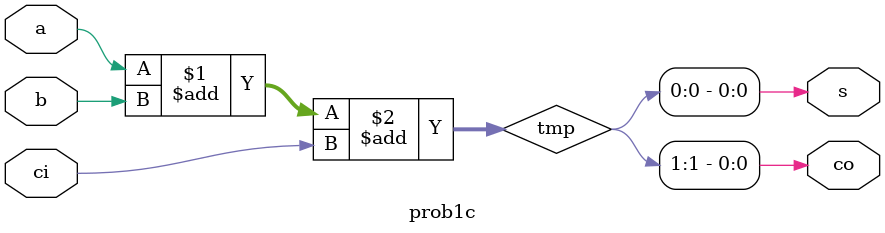
<source format=v>
module prob1c (a, b, ci, co, s);

input a, b, ci;
output co, s;

wire [1:0] tmp = a + b + ci;

assign co = tmp[1];
assign s = tmp[0];

endmodule
</source>
